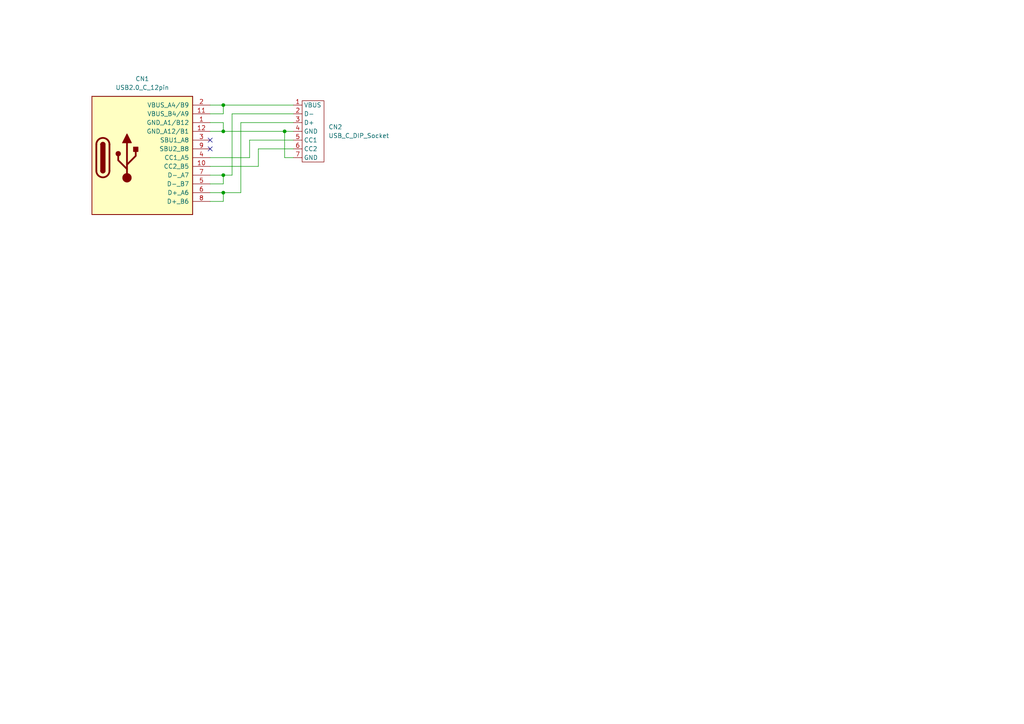
<source format=kicad_sch>
(kicad_sch (version 20211123) (generator eeschema)
  (paper "A4")
  (lib_symbols
    (symbol "$74th:USB2.0_C_12pin" (pin_names (offset 1.016))
      (property "Reference" "P" (at -10.16 19.05 0))
      (property "Value" "USB2.0_C_12pin" (at 12.7 19.05 0))
      (symbol "USB2.0_C_12pin_0_1"
        (rectangle (start -19.05 17.78) (end 10.16 -16.51) (stroke (width 0.254)) (fill (type background)))
        (arc (start -17.78 -3.81) (mid -15.875 -5.715) (end -13.97 -3.81) (stroke (width 0.508)))
        (arc (start -16.51 -3.81) (mid -15.875 -4.445) (end -15.24 -3.81) (stroke (width 0.254)))
        (arc (start -16.51 -3.81) (mid -15.875 -4.445) (end -15.24 -3.81) (stroke (width 0.254)) (fill (type outline)))
        (rectangle (start -16.51 -3.81) (end -15.24 3.81) (stroke (width 0.254)) (fill (type outline)))
        (arc (start -15.24 3.81) (mid -15.875 4.445) (end -16.51 3.81) (stroke (width 0.254)))
        (arc (start -15.24 3.81) (mid -15.875 4.445) (end -16.51 3.81) (stroke (width 0.254)) (fill (type outline)))
        (arc (start -13.97 3.81) (mid -15.875 5.715) (end -17.78 3.81) (stroke (width 0.508)))
        (circle (center -11.43 1.143) (radius 0.635) (stroke (width 0.254)) (fill (type outline)))
        (circle (center -8.89 -5.842) (radius 1.27) (fill (type outline)))
        (rectangle (start -6.985 1.778) (end -5.715 3.048) (stroke (width 0.254)) (fill (type outline)))
        (polyline (pts (xy -17.78 -3.81) (xy -17.78 3.81)) (stroke (width 0.508)))
        (polyline (pts (xy -13.97 3.81) (xy -13.97 -3.81)) (stroke (width 0.508)))
        (polyline (pts (xy -8.89 -5.842) (xy -8.89 4.318)) (stroke (width 0.508)))
        (polyline (pts (xy -8.89 -3.302) (xy -11.43 -0.762) (xy -11.43 0.508)) (stroke (width 0.508)))
        (polyline (pts (xy -8.89 -2.032) (xy -6.35 0.508) (xy -6.35 1.778)) (stroke (width 0.508)))
        (polyline (pts (xy -10.16 4.318) (xy -8.89 6.858) (xy -7.62 4.318) (xy -10.16 4.318)) (stroke (width 0.254)) (fill (type outline)))
      )
      (symbol "USB2.0_C_12pin_1_1"
        (pin passive line (at 15.24 10.16 180) (length 5.08) (name "GND_A1/B12") (number "1"))
        (pin bidirectional line (at 15.24 -2.54 180) (length 5.08) (name "CC2_B5") (number "10"))
        (pin passive line (at 15.24 12.7 180) (length 5.08) (name "VBUS_B4/A9") (number "11"))
        (pin passive line (at 15.24 7.62 180) (length 5.08) (name "GND_A12/B1") (number "12"))
        (pin passive line (at 15.24 15.24 180) (length 5.08) (name "VBUS_A4/B9") (number "2"))
        (pin passive line (at 15.24 5.08 180) (length 5.08) (name "SBU1_A8") (number "3"))
        (pin bidirectional line (at 15.24 0 180) (length 5.08) (name "CC1_A5") (number "4"))
        (pin passive line (at 15.24 -7.62 180) (length 5.08) (name "D-_B7") (number "5"))
        (pin passive line (at 15.24 -10.16 180) (length 5.08) (name "D+_A6") (number "6"))
        (pin passive line (at 15.24 -5.08 180) (length 5.08) (name "D-_A7") (number "7"))
        (pin passive line (at 15.24 -12.7 180) (length 5.08) (name "D+_B6") (number "8"))
        (pin passive line (at 15.24 2.54 180) (length 5.08) (name "SBU2_B8") (number "9"))
      )
    )
    (symbol "$usb-c-dip-kit:USB_C_DIP_Socket"
      (property "Reference" "CN" (at 0 -11.43 0))
      (property "Value" "USB_C_DIP_Socket" (at 1.27 11.43 0))
      (symbol "USB_C_DIP_Socket_0_1"
        (rectangle (start -2.54 8.89) (end 3.81 -8.89) (stroke (width 0.1524)))
      )
      (symbol "USB_C_DIP_Socket_1_1"
        (pin input line (at -5.08 7.62 0) (length 2.54) (name "VBUS") (number "1"))
        (pin input line (at -5.08 5.08 0) (length 2.54) (name "D-") (number "2"))
        (pin input line (at -5.08 2.54 0) (length 2.54) (name "D+") (number "3"))
        (pin input line (at -5.08 0 0) (length 2.54) (name "GND") (number "4"))
        (pin input line (at -5.08 -2.54 0) (length 2.54) (name "CC1") (number "5"))
        (pin input line (at -5.08 -5.08 0) (length 2.54) (name "CC2") (number "6"))
        (pin input line (at -5.08 -7.62 0) (length 2.54) (name "GND") (number "7"))
      )
    )
  )
  (junction (at 64.77 38.1))
  (junction (at 64.77 55.88))
  (junction (at 64.77 30.48))
  (junction (at 82.55 38.1))
  (junction (at 64.77 50.8))
  (no_connect (at 60.96 43.18))
  (no_connect (at 60.96 40.64))
  (wire (pts (xy 60.96 35.56) (xy 64.77 35.56)))
  (wire (pts (xy 60.96 48.26) (xy 74.93 48.26)))
  (wire (pts (xy 69.85 55.88) (xy 69.85 35.56)))
  (wire (pts (xy 60.96 38.1) (xy 64.77 38.1)))
  (wire (pts (xy 60.96 55.88) (xy 64.77 55.88)))
  (wire (pts (xy 85.09 45.72) (xy 82.55 45.72)))
  (wire (pts (xy 64.77 30.48) (xy 85.09 30.48)))
  (wire (pts (xy 74.93 43.18) (xy 85.09 43.18)))
  (wire (pts (xy 64.77 50.8) (xy 67.31 50.8)))
  (wire (pts (xy 60.96 30.48) (xy 64.77 30.48)))
  (wire (pts (xy 67.31 33.02) (xy 85.09 33.02)))
  (wire (pts (xy 74.93 48.26) (xy 74.93 43.18)))
  (wire (pts (xy 60.96 33.02) (xy 64.77 33.02)))
  (wire (pts (xy 64.77 35.56) (xy 64.77 38.1)))
  (wire (pts (xy 64.77 33.02) (xy 64.77 30.48)))
  (wire (pts (xy 72.39 40.64) (xy 85.09 40.64)))
  (wire (pts (xy 72.39 45.72) (xy 72.39 40.64)))
  (wire (pts (xy 64.77 53.34) (xy 64.77 50.8)))
  (wire (pts (xy 82.55 38.1) (xy 85.09 38.1)))
  (wire (pts (xy 60.96 58.42) (xy 64.77 58.42)))
  (wire (pts (xy 64.77 55.88) (xy 69.85 55.88)))
  (wire (pts (xy 67.31 50.8) (xy 67.31 33.02)))
  (wire (pts (xy 69.85 35.56) (xy 85.09 35.56)))
  (wire (pts (xy 64.77 38.1) (xy 82.55 38.1)))
  (wire (pts (xy 60.96 45.72) (xy 72.39 45.72)))
  (wire (pts (xy 82.55 45.72) (xy 82.55 38.1)))
  (wire (pts (xy 60.96 53.34) (xy 64.77 53.34)))
  (wire (pts (xy 60.96 50.8) (xy 64.77 50.8)))
  (wire (pts (xy 64.77 58.42) (xy 64.77 55.88)))
  (symbol (lib_id "$usb-c-dip-kit:USB_C_DIP_Socket") (at 90.17 38.1 0) (unit 1)
    (property "Reference" "CN2" (at 95.25 36.8299 0) (effects (justify left)))
    (property "Value" "USB_C_DIP_Socket" (at 95.25 39.3699 0) (effects (justify left)))
    (property "Footprint" "$usb-type-c-kit:USB2.0-TYPE-C" (effects hide))
  )
  (symbol (lib_id "$74th:USB2.0_C_12pin") (at 45.72 45.72 0) (unit 1)
    (property "Reference" "CN1" (at 41.275 22.86 0))
    (property "Value" "USB2.0_C_12pin" (at 41.275 25.4 0))
    (property "Footprint" "$74th:USB-C-12-Pin-MidMount-ali" (effects hide))
    (property "Datasheet" "https://www.usb.org/sites/default/files/documents/usb_type-c.zip" (effects hide))
  )
)
</source>
